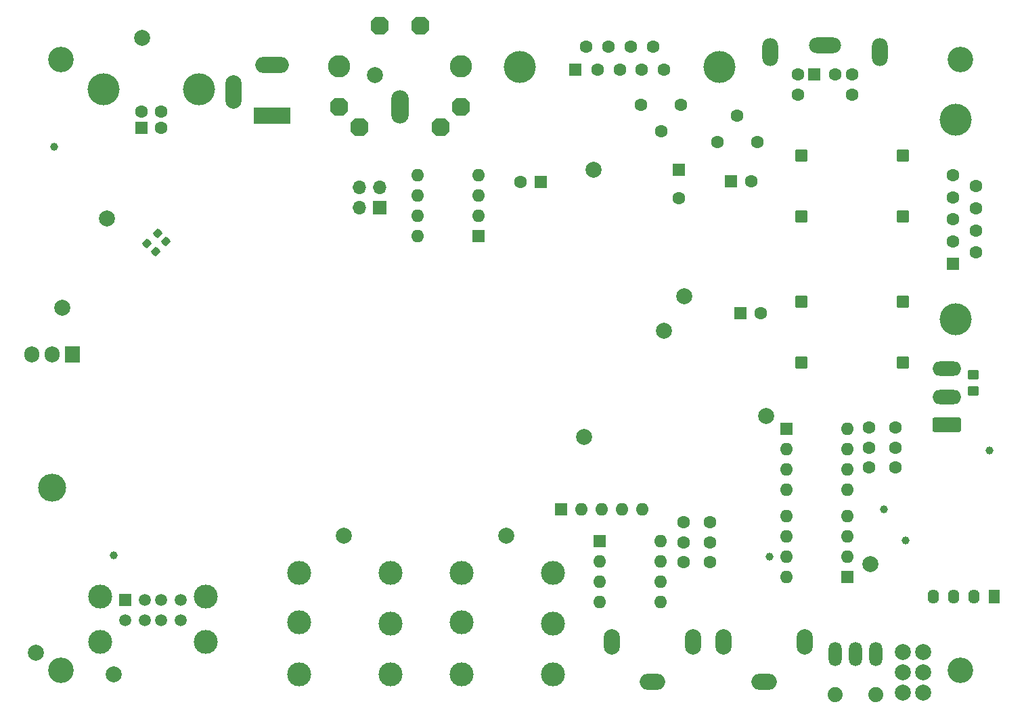
<source format=gbr>
%TF.GenerationSoftware,KiCad,Pcbnew,6.0.2+dfsg-1*%
%TF.CreationDate,2024-03-13T18:23:51+01:00*%
%TF.ProjectId,radio-usb,72616469-6f2d-4757-9362-2e6b69636164,rev?*%
%TF.SameCoordinates,Original*%
%TF.FileFunction,Soldermask,Bot*%
%TF.FilePolarity,Negative*%
%FSLAX46Y46*%
G04 Gerber Fmt 4.6, Leading zero omitted, Abs format (unit mm)*
G04 Created by KiCad (PCBNEW 6.0.2+dfsg-1) date 2024-03-13 18:23:51*
%MOMM*%
%LPD*%
G01*
G04 APERTURE LIST*
G04 Aperture macros list*
%AMRoundRect*
0 Rectangle with rounded corners*
0 $1 Rounding radius*
0 $2 $3 $4 $5 $6 $7 $8 $9 X,Y pos of 4 corners*
0 Add a 4 corners polygon primitive as box body*
4,1,4,$2,$3,$4,$5,$6,$7,$8,$9,$2,$3,0*
0 Add four circle primitives for the rounded corners*
1,1,$1+$1,$2,$3*
1,1,$1+$1,$4,$5*
1,1,$1+$1,$6,$7*
1,1,$1+$1,$8,$9*
0 Add four rect primitives between the rounded corners*
20,1,$1+$1,$2,$3,$4,$5,0*
20,1,$1+$1,$4,$5,$6,$7,0*
20,1,$1+$1,$6,$7,$8,$9,0*
20,1,$1+$1,$8,$9,$2,$3,0*%
%AMFreePoly0*
4,1,25,0.555019,1.072796,0.567142,1.062442,1.062442,0.567142,1.090949,0.511194,1.092200,0.495300,1.092200,-0.495300,1.072796,-0.555019,1.062442,-0.567142,0.567142,-1.062442,0.511194,-1.090949,0.495300,-1.092200,-0.495300,-1.092200,-0.555019,-1.072796,-0.567142,-1.062442,-1.062442,-0.567142,-1.090949,-0.511194,-1.092200,-0.495300,-1.092200,0.495300,-1.072796,0.555019,-1.062442,0.567142,
-0.567142,1.062442,-0.511194,1.090949,-0.495300,1.092200,0.495300,1.092200,0.555019,1.072796,0.555019,1.072796,$1*%
G04 Aperture macros list end*
%ADD10C,2.000000*%
%ADD11C,3.000000*%
%ADD12R,1.600000X1.600000*%
%ADD13C,1.600000*%
%ADD14C,4.000000*%
%ADD15O,3.500000X3.500000*%
%ADD16R,1.905000X2.000000*%
%ADD17O,1.905000X2.000000*%
%ADD18O,2.000000X3.500000*%
%ADD19O,4.000000X2.000000*%
%ADD20O,1.600000X1.600000*%
%ADD21R,1.700000X1.700000*%
%ADD22O,1.700000X1.700000*%
%ADD23R,1.400000X1.800000*%
%ADD24O,1.400000X1.800000*%
%ADD25O,1.625600X3.048000*%
%ADD26C,1.879600*%
%ADD27R,1.500000X1.500000*%
%ADD28C,1.500000*%
%ADD29C,3.200000*%
%ADD30O,3.197860X1.998980*%
%ADD31O,1.998980X3.197860*%
%ADD32R,4.600000X2.000000*%
%ADD33O,4.200000X2.000000*%
%ADD34O,2.000000X4.200000*%
%ADD35C,2.794000*%
%ADD36FreePoly0,180.000000*%
%ADD37O,2.184400X4.165600*%
%ADD38RoundRect,0.101600X0.654000X-0.654000X0.654000X0.654000X-0.654000X0.654000X-0.654000X-0.654000X0*%
%ADD39RoundRect,0.250000X1.550000X-0.650000X1.550000X0.650000X-1.550000X0.650000X-1.550000X-0.650000X0*%
%ADD40O,3.600000X1.800000*%
%ADD41RoundRect,0.250000X0.450000X-0.350000X0.450000X0.350000X-0.450000X0.350000X-0.450000X-0.350000X0*%
%ADD42RoundRect,0.237500X0.008839X0.344715X-0.344715X-0.008839X-0.008839X-0.344715X0.344715X0.008839X0*%
%ADD43C,1.000000*%
G04 APERTURE END LIST*
D10*
%TO.C,J12*%
X101120000Y-91920000D03*
D11*
X106920000Y-102870000D03*
X95520000Y-102720000D03*
X106920000Y-109220000D03*
X95520000Y-109220000D03*
X106920000Y-96520000D03*
X95520000Y-96520000D03*
%TD*%
D12*
%TO.C,J2*%
X55417400Y-40848900D03*
D13*
X57917400Y-40848900D03*
X57917400Y-38848900D03*
X55417400Y-38848900D03*
D14*
X50667400Y-35988900D03*
X62667400Y-35988900D03*
%TD*%
D15*
%TO.C,U1*%
X44297600Y-85865200D03*
D16*
X46837600Y-69205200D03*
D17*
X44297600Y-69205200D03*
X41757600Y-69205200D03*
%TD*%
D12*
%TO.C,J6*%
X139649200Y-34188400D03*
D13*
X142249200Y-34188400D03*
X137549200Y-34188400D03*
X144349200Y-34188400D03*
X137549200Y-36688400D03*
X144349200Y-36688400D03*
D18*
X134099200Y-31338400D03*
X147799200Y-31338400D03*
D19*
X140949200Y-30538400D03*
%TD*%
D12*
%TO.C,U14*%
X112786000Y-92618400D03*
D20*
X112786000Y-95158400D03*
X112786000Y-97698400D03*
X112786000Y-100238400D03*
X120406000Y-100238400D03*
X120406000Y-97698400D03*
X120406000Y-95158400D03*
X120406000Y-92618400D03*
%TD*%
D10*
%TO.C,D12*%
X153250200Y-106450700D03*
X150710200Y-106450700D03*
X153250200Y-108990700D03*
X150710200Y-108990700D03*
X153250200Y-111530700D03*
X150710200Y-111530700D03*
%TD*%
D21*
%TO.C,J5*%
X85217000Y-50876200D03*
D22*
X82677000Y-50876200D03*
X85217000Y-48336200D03*
X82677000Y-48336200D03*
%TD*%
D13*
%TO.C,SW7*%
X117946800Y-37958400D03*
X120446800Y-41258400D03*
X122946800Y-37958400D03*
%TD*%
D12*
%TO.C,U11*%
X143754000Y-97043400D03*
D20*
X143754000Y-94503400D03*
X143754000Y-91963400D03*
X143754000Y-89423400D03*
X136134000Y-89423400D03*
X136134000Y-91963400D03*
X136134000Y-94503400D03*
X136134000Y-97043400D03*
%TD*%
D13*
%TO.C,SW2*%
X132497200Y-42585000D03*
X129997200Y-39285000D03*
X127497200Y-42585000D03*
%TD*%
D23*
%TO.C,U8*%
X162156900Y-99554700D03*
D24*
X159616900Y-99554700D03*
X157076900Y-99554700D03*
X154536900Y-99554700D03*
%TD*%
D25*
%TO.C,SW3*%
X147320000Y-106680000D03*
X144780000Y-106680000D03*
X142240000Y-106680000D03*
D26*
X147320000Y-111760000D03*
X142240000Y-111760000D03*
%TD*%
D27*
%TO.C,J7*%
X53396000Y-99901600D03*
D28*
X55896000Y-99901600D03*
X57896000Y-99901600D03*
X60396000Y-99901600D03*
X53396000Y-102521600D03*
X55896000Y-102521600D03*
X57896000Y-102521600D03*
X60396000Y-102521600D03*
D11*
X63466000Y-99551600D03*
X50326000Y-105231600D03*
X50326000Y-99551600D03*
X63466000Y-105231600D03*
%TD*%
D14*
%TO.C,J8*%
X157272000Y-39808602D03*
X157272000Y-64808602D03*
D12*
X156972000Y-57848602D03*
D13*
X156972000Y-55078602D03*
X156972000Y-52308602D03*
X156972000Y-49538602D03*
X156972000Y-46768602D03*
X159812000Y-56463602D03*
X159812000Y-53693602D03*
X159812000Y-50923602D03*
X159812000Y-48153602D03*
%TD*%
D29*
%TO.C,H4*%
X45339000Y-32258000D03*
%TD*%
%TO.C,H3*%
X157861000Y-32258000D03*
%TD*%
D13*
%TO.C,SW1*%
X149769000Y-78373600D03*
X149769000Y-80873600D03*
X149769000Y-83373600D03*
X146469000Y-78373600D03*
X146469000Y-80873600D03*
X146469000Y-83373600D03*
%TD*%
D12*
%TO.C,C63*%
X130389621Y-64084200D03*
D13*
X132889621Y-64084200D03*
%TD*%
D10*
%TO.C,J11*%
X80800000Y-91920000D03*
D11*
X86600000Y-102870000D03*
X75200000Y-102720000D03*
X86600000Y-109220000D03*
X75200000Y-109220000D03*
X86600000Y-96520000D03*
X75200000Y-96520000D03*
%TD*%
D30*
%TO.C,J10*%
X119380000Y-110220000D03*
D31*
X124434600Y-105222040D03*
X114325400Y-105222040D03*
%TD*%
D32*
%TO.C,J1*%
X71770000Y-39293800D03*
D33*
X71770000Y-32993800D03*
D34*
X66970000Y-36393800D03*
%TD*%
D29*
%TO.C,H2*%
X157861000Y-108788200D03*
%TD*%
D14*
%TO.C,J4*%
X127768000Y-33228000D03*
X102768000Y-33228000D03*
D12*
X109728000Y-33528000D03*
D13*
X112498000Y-33528000D03*
X115268000Y-33528000D03*
X118038000Y-33528000D03*
X120808000Y-33528000D03*
X111113000Y-30688000D03*
X113883000Y-30688000D03*
X116653000Y-30688000D03*
X119423000Y-30688000D03*
%TD*%
D12*
%TO.C,RN1*%
X107951500Y-88563722D03*
D20*
X110491500Y-88563722D03*
X113031500Y-88563722D03*
X115571500Y-88563722D03*
X118111500Y-88563722D03*
%TD*%
D35*
%TO.C,X1*%
X80137000Y-33121600D03*
X95377000Y-33121600D03*
D36*
X80137000Y-38201600D03*
D37*
X87757000Y-38201600D03*
D36*
X95377000Y-38201600D03*
X82677000Y-40741600D03*
X92837000Y-40741600D03*
X90297000Y-28041600D03*
X85217000Y-28041600D03*
%TD*%
D13*
%TO.C,SW6*%
X126553400Y-90210000D03*
X126553400Y-92710000D03*
X126553400Y-95210000D03*
X123253400Y-90210000D03*
X123253400Y-92710000D03*
X123253400Y-95210000D03*
%TD*%
D12*
%TO.C,C64*%
X129221221Y-47523400D03*
D13*
X131721221Y-47523400D03*
%TD*%
D12*
%TO.C,C40*%
X122707400Y-46128656D03*
D13*
X122707400Y-49628656D03*
%TD*%
D30*
%TO.C,J9*%
X133350000Y-110220000D03*
D31*
X138404600Y-105222040D03*
X128295400Y-105222040D03*
%TD*%
D12*
%TO.C,U12*%
X136154000Y-78546800D03*
D20*
X136154000Y-81086800D03*
X136154000Y-83626800D03*
X136154000Y-86166800D03*
X143774000Y-86166800D03*
X143774000Y-83626800D03*
X143774000Y-81086800D03*
X143774000Y-78546800D03*
%TD*%
D38*
%TO.C,U22*%
X138021593Y-44277991D03*
X138021593Y-51897991D03*
X150721593Y-44277991D03*
X150721593Y-51897991D03*
%TD*%
D39*
%TO.C,J3*%
X156210000Y-78006092D03*
D40*
X156210000Y-74506092D03*
X156210000Y-71006092D03*
%TD*%
D12*
%TO.C,U2*%
X97627600Y-54422200D03*
D20*
X97627600Y-51882200D03*
X97627600Y-49342200D03*
X97627600Y-46802200D03*
X90007600Y-46802200D03*
X90007600Y-49342200D03*
X90007600Y-51882200D03*
X90007600Y-54422200D03*
%TD*%
D38*
%TO.C,U19*%
X138021593Y-62565991D03*
X138021593Y-70185991D03*
X150721593Y-62565991D03*
X150721593Y-70185991D03*
%TD*%
D29*
%TO.C,H1*%
X45339000Y-108788200D03*
%TD*%
D12*
%TO.C,C15*%
X105395913Y-47599600D03*
D13*
X102895913Y-47599600D03*
%TD*%
D41*
%TO.C,R56*%
X159537400Y-73745600D03*
X159537400Y-71745600D03*
%TD*%
D10*
%TO.C,TP18*%
X55575200Y-29616400D03*
%TD*%
%TO.C,TP17*%
X51155600Y-52222400D03*
%TD*%
%TO.C,TP10*%
X123342400Y-61925200D03*
%TD*%
%TO.C,TP11*%
X120777000Y-66268600D03*
%TD*%
D42*
%TO.C,R12*%
X58506435Y-55082365D03*
X57215965Y-56372835D03*
%TD*%
D10*
%TO.C,TP12*%
X111988600Y-46101000D03*
%TD*%
D43*
%TO.C,TP1*%
X52019200Y-94361000D03*
%TD*%
%TO.C,TP4*%
X161544000Y-81203800D03*
%TD*%
D42*
%TO.C,R11*%
X57439635Y-54015565D03*
X56149165Y-55306035D03*
%TD*%
D10*
%TO.C,TP7*%
X146659600Y-95478600D03*
%TD*%
D43*
%TO.C,TP9*%
X133985000Y-94538800D03*
%TD*%
D10*
%TO.C,TP14*%
X51993800Y-109245400D03*
%TD*%
%TO.C,TP8*%
X133578600Y-76936600D03*
%TD*%
%TO.C,TP13*%
X110794800Y-79502000D03*
%TD*%
D43*
%TO.C,TP2*%
X44500800Y-43205400D03*
%TD*%
%TO.C,TP5*%
X151028400Y-92456000D03*
%TD*%
D10*
%TO.C,TP15*%
X84632800Y-34239200D03*
%TD*%
%TO.C,TP16*%
X45542200Y-63347600D03*
%TD*%
D43*
%TO.C,TP6*%
X148336000Y-88620600D03*
%TD*%
D10*
%TO.C,TP3*%
X42265600Y-106527600D03*
%TD*%
M02*

</source>
